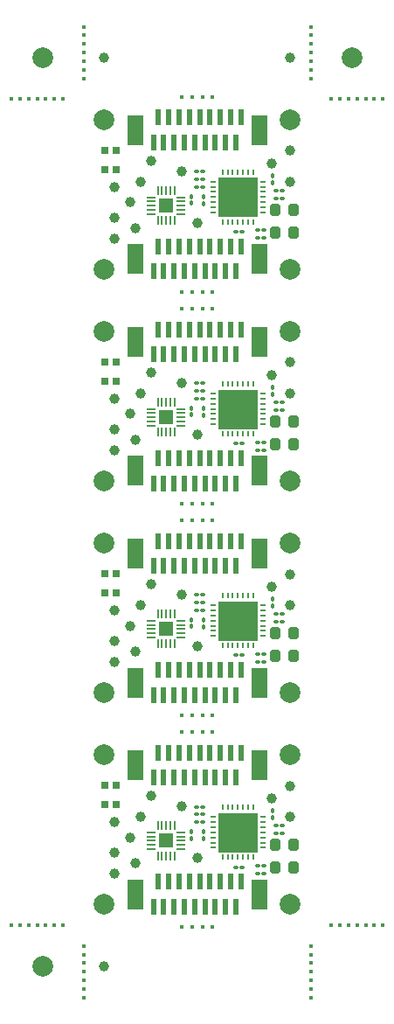
<source format=gbr>
%TF.GenerationSoftware,KiCad,Pcbnew,7.0.2-6a45011f42~172~ubuntu22.04.1*%
%TF.CreationDate,2023-05-08T14:44:33+01:00*%
%TF.ProjectId,panel,70616e65-6c2e-46b6-9963-61645f706362,rev?*%
%TF.SameCoordinates,Original*%
%TF.FileFunction,Soldermask,Top*%
%TF.FilePolarity,Negative*%
%FSLAX46Y46*%
G04 Gerber Fmt 4.6, Leading zero omitted, Abs format (unit mm)*
G04 Created by KiCad (PCBNEW 7.0.2-6a45011f42~172~ubuntu22.04.1) date 2023-05-08 14:44:33*
%MOMM*%
%LPD*%
G01*
G04 APERTURE LIST*
G04 Aperture macros list*
%AMRoundRect*
0 Rectangle with rounded corners*
0 $1 Rounding radius*
0 $2 $3 $4 $5 $6 $7 $8 $9 X,Y pos of 4 corners*
0 Add a 4 corners polygon primitive as box body*
4,1,4,$2,$3,$4,$5,$6,$7,$8,$9,$2,$3,0*
0 Add four circle primitives for the rounded corners*
1,1,$1+$1,$2,$3*
1,1,$1+$1,$4,$5*
1,1,$1+$1,$6,$7*
1,1,$1+$1,$8,$9*
0 Add four rect primitives between the rounded corners*
20,1,$1+$1,$2,$3,$4,$5,0*
20,1,$1+$1,$4,$5,$6,$7,0*
20,1,$1+$1,$6,$7,$8,$9,0*
20,1,$1+$1,$8,$9,$2,$3,0*%
G04 Aperture macros list end*
%ADD10C,0.100000*%
%ADD11C,1.000000*%
%ADD12R,0.500000X1.600000*%
%ADD13R,1.500000X2.900000*%
%ADD14C,0.400000*%
%ADD15RoundRect,0.050000X0.375000X0.050000X-0.375000X0.050000X-0.375000X-0.050000X0.375000X-0.050000X0*%
%ADD16RoundRect,0.050000X0.050000X0.375000X-0.050000X0.375000X-0.050000X-0.375000X0.050000X-0.375000X0*%
%ADD17R,1.400000X1.400000*%
%ADD18C,2.000000*%
%ADD19RoundRect,0.100000X0.130000X0.100000X-0.130000X0.100000X-0.130000X-0.100000X0.130000X-0.100000X0*%
%ADD20R,0.250000X0.600000*%
%ADD21R,0.600000X0.250000*%
%ADD22RoundRect,0.100000X-0.130000X-0.100000X0.130000X-0.100000X0.130000X0.100000X-0.130000X0.100000X0*%
%ADD23R,0.700000X0.700000*%
%ADD24RoundRect,0.100000X0.100000X-0.130000X0.100000X0.130000X-0.100000X0.130000X-0.100000X-0.130000X0*%
%ADD25RoundRect,0.100000X-0.100000X0.130000X-0.100000X-0.130000X0.100000X-0.130000X0.100000X0.130000X0*%
%ADD26RoundRect,0.237500X0.237500X0.362500X-0.237500X0.362500X-0.237500X-0.362500X0.237500X-0.362500X0*%
%ADD27RoundRect,0.237500X-0.237500X0.362500X-0.237500X-0.362500X0.237500X-0.362500X0.237500X0.362500X0*%
G04 APERTURE END LIST*
%TO.C,U1*%
D10*
X23813501Y-38862902D02*
X20086501Y-38862902D01*
X20086501Y-35136502D01*
X23813501Y-35136502D01*
X23813501Y-38862902D01*
G36*
X23813501Y-38862902D02*
G01*
X20086501Y-38862902D01*
X20086501Y-35136502D01*
X23813501Y-35136502D01*
X23813501Y-38862902D01*
G37*
X23813501Y-59362903D02*
X20086501Y-59362903D01*
X20086501Y-55636503D01*
X23813501Y-55636503D01*
X23813501Y-59362903D01*
G36*
X23813501Y-59362903D02*
G01*
X20086501Y-59362903D01*
X20086501Y-55636503D01*
X23813501Y-55636503D01*
X23813501Y-59362903D01*
G37*
X23813501Y-79862904D02*
X20086501Y-79862904D01*
X20086501Y-76136504D01*
X23813501Y-76136504D01*
X23813501Y-79862904D01*
G36*
X23813501Y-79862904D02*
G01*
X20086501Y-79862904D01*
X20086501Y-76136504D01*
X23813501Y-76136504D01*
X23813501Y-79862904D01*
G37*
X23813501Y-18362901D02*
X20086501Y-18362901D01*
X20086501Y-14636501D01*
X23813501Y-14636501D01*
X23813501Y-18362901D01*
G36*
X23813501Y-18362901D02*
G01*
X20086501Y-18362901D01*
X20086501Y-14636501D01*
X23813501Y-14636501D01*
X23813501Y-18362901D01*
G37*
%TD*%
D11*
%TO.C,TP10*%
X10000001Y-41000002D03*
%TD*%
D12*
%TO.C,J1*%
X13750001Y-44200002D03*
X14250001Y-41800002D03*
X14750001Y-44200002D03*
X15250001Y-41800002D03*
X15750001Y-44200002D03*
X16250001Y-41800002D03*
X16750001Y-44200002D03*
X17250001Y-41800002D03*
X17750001Y-44200002D03*
X18250001Y-41800002D03*
X18750001Y-44200002D03*
X19250001Y-41800002D03*
X19750001Y-44200002D03*
X20250001Y-41800002D03*
X20750001Y-44200002D03*
X21250001Y-41800002D03*
X21750001Y-44200002D03*
X22250001Y-41800002D03*
D13*
X12000001Y-43000002D03*
X24000001Y-43000002D03*
%TD*%
D14*
%TO.C,REF\u002A\u002A*%
X3333334Y-87000004D03*
%TD*%
%TO.C,REF\u002A\u002A*%
X19500000Y-46200002D03*
%TD*%
%TO.C,REF\u002A\u002A*%
X18500000Y-6800001D03*
%TD*%
%TO.C,REF\u002A\u002A*%
X7000000Y-833334D03*
%TD*%
D11*
%TO.C,TP6*%
X25250001Y-13250001D03*
%TD*%
%TO.C,TP8*%
X27000001Y-15000001D03*
%TD*%
D15*
%TO.C,U2*%
X16440001Y-38620002D03*
X16440001Y-38220002D03*
X16440001Y-37820002D03*
X16440001Y-37420002D03*
X16440001Y-37020002D03*
D16*
X15790001Y-36370002D03*
X15390001Y-36370002D03*
X14990001Y-36370002D03*
X14590001Y-36370002D03*
X14190001Y-36370002D03*
D15*
X13540001Y-37020002D03*
X13540001Y-37420002D03*
X13540001Y-37820002D03*
X13540001Y-38220002D03*
X13540001Y-38620002D03*
D16*
X14190001Y-39270002D03*
X14590001Y-39270002D03*
X14990001Y-39270002D03*
X15390001Y-39270002D03*
X15790001Y-39270002D03*
D17*
X14990001Y-37820002D03*
%TD*%
D14*
%TO.C,REF\u002A\u002A*%
X18500000Y-87200004D03*
%TD*%
%TO.C,REF\u002A\u002A*%
X18500000Y-25700001D03*
%TD*%
D18*
%TO.C,REF\u002A\u002A*%
X3000000Y-91000004D03*
%TD*%
D14*
%TO.C,REF\u002A\u002A*%
X16500001Y-47800002D03*
%TD*%
D19*
%TO.C,R4*%
X22360001Y-19870001D03*
X21720001Y-19870001D03*
%TD*%
%TO.C,C1*%
X26260001Y-57630003D03*
X25620001Y-57630003D03*
%TD*%
D14*
%TO.C,REF\u002A\u002A*%
X17500001Y-47800002D03*
%TD*%
D18*
%TO.C,I4*%
X9000001Y-9000001D03*
%TD*%
D14*
%TO.C,REF\u002A\u002A*%
X2500000Y-7000000D03*
%TD*%
D20*
%TO.C,U1*%
X23450001Y-34600002D03*
X22950002Y-34600002D03*
X22450000Y-34600002D03*
X21950001Y-34600002D03*
X21450002Y-34600002D03*
X20950000Y-34600002D03*
X20450001Y-34600002D03*
D21*
X19550001Y-35500002D03*
X19550001Y-36000001D03*
X19550001Y-36500003D03*
X19550001Y-37000002D03*
X19550001Y-37500001D03*
X19550001Y-38000003D03*
X19550001Y-38500002D03*
D20*
X20450001Y-39400002D03*
X20950000Y-39400002D03*
X21450002Y-39400002D03*
X21950001Y-39400002D03*
X22450000Y-39400002D03*
X22950002Y-39400002D03*
X23450001Y-39400002D03*
D21*
X24350001Y-38500002D03*
X24350001Y-38000003D03*
X24350001Y-37500001D03*
X24350001Y-37000002D03*
X24350001Y-36500003D03*
X24350001Y-36000001D03*
X24350001Y-35500002D03*
%TD*%
D22*
%TO.C,C4*%
X17910001Y-35275002D03*
X18550001Y-35275002D03*
%TD*%
D14*
%TO.C,REF\u002A\u002A*%
X7000000Y-1666667D03*
%TD*%
D11*
%TO.C,TP2*%
X12000001Y-81000004D03*
%TD*%
D18*
%TO.C,I4*%
X9000001Y-50000003D03*
%TD*%
D23*
%TO.C,LED1*%
X10150001Y-52985003D03*
X9050001Y-52985003D03*
X9050001Y-54815003D03*
X10150001Y-54815003D03*
%TD*%
D14*
%TO.C,REF\u002A\u002A*%
X36000001Y-87000004D03*
%TD*%
%TO.C,REF\u002A\u002A*%
X17500001Y-87200004D03*
%TD*%
%TO.C,REF\u002A\u002A*%
X0Y-87000004D03*
%TD*%
D24*
%TO.C,C7*%
X17440001Y-17070001D03*
X17440001Y-16430001D03*
%TD*%
D14*
%TO.C,REF\u002A\u002A*%
X833334Y-87000004D03*
%TD*%
D12*
%TO.C,J1*%
X13750001Y-23700001D03*
X14250001Y-21300001D03*
X14750001Y-23700001D03*
X15250001Y-21300001D03*
X15750001Y-23700001D03*
X16250001Y-21300001D03*
X16750001Y-23700001D03*
X17250001Y-21300001D03*
X17750001Y-23700001D03*
X18250001Y-21300001D03*
X18750001Y-23700001D03*
X19250001Y-21300001D03*
X19750001Y-23700001D03*
X20250001Y-21300001D03*
X20750001Y-23700001D03*
X21250001Y-21300001D03*
X21750001Y-23700001D03*
X22250001Y-21300001D03*
D13*
X12000001Y-22500001D03*
X24000001Y-22500001D03*
%TD*%
D12*
%TO.C,J2*%
X22250001Y-49800003D03*
X21750001Y-52200003D03*
X21250001Y-49800003D03*
X20750001Y-52200003D03*
X20250001Y-49800003D03*
X19750001Y-52200003D03*
X19250001Y-49800003D03*
X18750001Y-52200003D03*
X18250001Y-49800003D03*
X17750001Y-52200003D03*
X17250001Y-49800003D03*
X16750001Y-52200003D03*
X16250001Y-49800003D03*
X15750001Y-52200003D03*
X15250001Y-49800003D03*
X14750001Y-52200003D03*
X14250001Y-49800003D03*
X13750001Y-52200003D03*
D13*
X24000001Y-51000003D03*
X12000001Y-51000003D03*
%TD*%
D20*
%TO.C,U1*%
X23450001Y-55100003D03*
X22950002Y-55100003D03*
X22450000Y-55100003D03*
X21950001Y-55100003D03*
X21450002Y-55100003D03*
X20950000Y-55100003D03*
X20450001Y-55100003D03*
D21*
X19550001Y-56000003D03*
X19550001Y-56500002D03*
X19550001Y-57000004D03*
X19550001Y-57500003D03*
X19550001Y-58000002D03*
X19550001Y-58500004D03*
X19550001Y-59000003D03*
D20*
X20450001Y-59900003D03*
X20950000Y-59900003D03*
X21450002Y-59900003D03*
X21950001Y-59900003D03*
X22450000Y-59900003D03*
X22950002Y-59900003D03*
X23450001Y-59900003D03*
D21*
X24350001Y-59000003D03*
X24350001Y-58500004D03*
X24350001Y-58000002D03*
X24350001Y-57500003D03*
X24350001Y-57000004D03*
X24350001Y-56500002D03*
X24350001Y-56000003D03*
%TD*%
D24*
%TO.C,C7*%
X17440001Y-58070003D03*
X17440001Y-57430003D03*
%TD*%
D20*
%TO.C,U1*%
X23450001Y-75600004D03*
X22950002Y-75600004D03*
X22450000Y-75600004D03*
X21950001Y-75600004D03*
X21450002Y-75600004D03*
X20950000Y-75600004D03*
X20450001Y-75600004D03*
D21*
X19550001Y-76500004D03*
X19550001Y-77000003D03*
X19550001Y-77500005D03*
X19550001Y-78000004D03*
X19550001Y-78500003D03*
X19550001Y-79000005D03*
X19550001Y-79500004D03*
D20*
X20450001Y-80400004D03*
X20950000Y-80400004D03*
X21450002Y-80400004D03*
X21950001Y-80400004D03*
X22450000Y-80400004D03*
X22950002Y-80400004D03*
X23450001Y-80400004D03*
D21*
X24350001Y-79500004D03*
X24350001Y-79000005D03*
X24350001Y-78500003D03*
X24350001Y-78000004D03*
X24350001Y-77500005D03*
X24350001Y-77000003D03*
X24350001Y-76500004D03*
%TD*%
D11*
%TO.C,TP5*%
X16500001Y-14000001D03*
%TD*%
%TO.C,TP5*%
X16500001Y-34500002D03*
%TD*%
D22*
%TO.C,C2*%
X23850001Y-20480001D03*
X24490001Y-20480001D03*
%TD*%
D14*
%TO.C,REF\u002A\u002A*%
X29000001Y-93166670D03*
%TD*%
D11*
%TO.C,TP7*%
X10000002Y-77000004D03*
%TD*%
D14*
%TO.C,REF\u002A\u002A*%
X18500000Y-27300001D03*
%TD*%
D24*
%TO.C,C7*%
X17440001Y-37570002D03*
X17440001Y-36930002D03*
%TD*%
D14*
%TO.C,REF\u002A\u002A*%
X1666667Y-87000004D03*
%TD*%
%TO.C,REF\u002A\u002A*%
X17500001Y-66700003D03*
%TD*%
D22*
%TO.C,C4*%
X17910001Y-14775001D03*
X18550001Y-14775001D03*
%TD*%
%TO.C,R1*%
X17910001Y-34525002D03*
X18550001Y-34525002D03*
%TD*%
D14*
%TO.C,REF\u002A\u002A*%
X16500001Y-25700001D03*
%TD*%
%TO.C,REF\u002A\u002A*%
X3333334Y-7000000D03*
%TD*%
%TO.C,REF\u002A\u002A*%
X29000001Y-94000004D03*
%TD*%
D11*
%TO.C,REF\u002A\u002A*%
X9000000Y-91000004D03*
%TD*%
D19*
%TO.C,C8*%
X24490001Y-60720003D03*
X23850001Y-60720003D03*
%TD*%
D11*
%TO.C,TP9*%
X11500002Y-37500001D03*
%TD*%
D24*
%TO.C,C7*%
X17440001Y-78570004D03*
X17440001Y-77930004D03*
%TD*%
D11*
%TO.C,TP3*%
X10000001Y-80000004D03*
%TD*%
D18*
%TO.C,I1*%
X9000001Y-85000004D03*
%TD*%
D11*
%TO.C,TP10*%
X10000001Y-82000004D03*
%TD*%
D14*
%TO.C,REF\u002A\u002A*%
X16500001Y-66700003D03*
%TD*%
D22*
%TO.C,C4*%
X17910001Y-76275004D03*
X18550001Y-76275004D03*
%TD*%
D19*
%TO.C,C1*%
X26260001Y-78130004D03*
X25620001Y-78130004D03*
%TD*%
D14*
%TO.C,REF\u002A\u002A*%
X31000001Y-7000000D03*
%TD*%
%TO.C,REF\u002A\u002A*%
X32666667Y-7000000D03*
%TD*%
%TO.C,REF\u002A\u002A*%
X29000001Y-89833337D03*
%TD*%
%TO.C,REF\u002A\u002A*%
X34333334Y-7000000D03*
%TD*%
%TO.C,REF\u002A\u002A*%
X1666667Y-7000000D03*
%TD*%
%TO.C,REF\u002A\u002A*%
X16500001Y-6800001D03*
%TD*%
D12*
%TO.C,J1*%
X13750001Y-64700003D03*
X14250001Y-62300003D03*
X14750001Y-64700003D03*
X15250001Y-62300003D03*
X15750001Y-64700003D03*
X16250001Y-62300003D03*
X16750001Y-64700003D03*
X17250001Y-62300003D03*
X17750001Y-64700003D03*
X18250001Y-62300003D03*
X18750001Y-64700003D03*
X19250001Y-62300003D03*
X19750001Y-64700003D03*
X20250001Y-62300003D03*
X20750001Y-64700003D03*
X21250001Y-62300003D03*
X21750001Y-64700003D03*
X22250001Y-62300003D03*
D13*
X12000001Y-63500003D03*
X24000001Y-63500003D03*
%TD*%
D14*
%TO.C,REF\u002A\u002A*%
X29000001Y-90666670D03*
%TD*%
D11*
%TO.C,TP2*%
X12000001Y-40000002D03*
%TD*%
D14*
%TO.C,REF\u002A\u002A*%
X2500000Y-87000004D03*
%TD*%
D15*
%TO.C,U2*%
X16440001Y-79620004D03*
X16440001Y-79220004D03*
X16440001Y-78820004D03*
X16440001Y-78420004D03*
X16440001Y-78020004D03*
D16*
X15790001Y-77370004D03*
X15390001Y-77370004D03*
X14990001Y-77370004D03*
X14590001Y-77370004D03*
X14190001Y-77370004D03*
D15*
X13540001Y-78020004D03*
X13540001Y-78420004D03*
X13540001Y-78820004D03*
X13540001Y-79220004D03*
X13540001Y-79620004D03*
D16*
X14190001Y-80270004D03*
X14590001Y-80270004D03*
X14990001Y-80270004D03*
X15390001Y-80270004D03*
X15790001Y-80270004D03*
D17*
X14990001Y-78820004D03*
%TD*%
D11*
%TO.C,TP12*%
X12500001Y-35500002D03*
%TD*%
%TO.C,TP10*%
X10000001Y-61500003D03*
%TD*%
D18*
%TO.C,I1*%
X9000001Y-23500001D03*
%TD*%
D12*
%TO.C,J2*%
X22250001Y-70300004D03*
X21750001Y-72700004D03*
X21250001Y-70300004D03*
X20750001Y-72700004D03*
X20250001Y-70300004D03*
X19750001Y-72700004D03*
X19250001Y-70300004D03*
X18750001Y-72700004D03*
X18250001Y-70300004D03*
X17750001Y-72700004D03*
X17250001Y-70300004D03*
X16750001Y-72700004D03*
X16250001Y-70300004D03*
X15750001Y-72700004D03*
X15250001Y-70300004D03*
X14750001Y-72700004D03*
X14250001Y-70300004D03*
X13750001Y-72700004D03*
D13*
X24000001Y-71500004D03*
X12000001Y-71500004D03*
%TD*%
D11*
%TO.C,REF\u002A\u002A*%
X9000000Y-3000000D03*
%TD*%
D22*
%TO.C,R2*%
X17910001Y-15525001D03*
X18550001Y-15525001D03*
%TD*%
D14*
%TO.C,REF\u002A\u002A*%
X7000000Y-2500000D03*
%TD*%
D15*
%TO.C,U2*%
X16440001Y-59120003D03*
X16440001Y-58720003D03*
X16440001Y-58320003D03*
X16440001Y-57920003D03*
X16440001Y-57520003D03*
D16*
X15790001Y-56870003D03*
X15390001Y-56870003D03*
X14990001Y-56870003D03*
X14590001Y-56870003D03*
X14190001Y-56870003D03*
D15*
X13540001Y-57520003D03*
X13540001Y-57920003D03*
X13540001Y-58320003D03*
X13540001Y-58720003D03*
X13540001Y-59120003D03*
D16*
X14190001Y-59770003D03*
X14590001Y-59770003D03*
X14990001Y-59770003D03*
X15390001Y-59770003D03*
X15790001Y-59770003D03*
D17*
X14990001Y-58320003D03*
%TD*%
D14*
%TO.C,REF\u002A\u002A*%
X7000000Y-92333337D03*
%TD*%
D11*
%TO.C,TP4*%
X13500001Y-33500002D03*
%TD*%
D14*
%TO.C,REF\u002A\u002A*%
X19500000Y-25700001D03*
%TD*%
%TO.C,REF\u002A\u002A*%
X29000001Y-89000004D03*
%TD*%
%TO.C,REF\u002A\u002A*%
X7000000Y-90666670D03*
%TD*%
%TO.C,REF\u002A\u002A*%
X29000001Y0D03*
%TD*%
%TO.C,REF\u002A\u002A*%
X4166667Y-7000000D03*
%TD*%
%TO.C,REF\u002A\u002A*%
X19500000Y-66700003D03*
%TD*%
%TO.C,REF\u002A\u002A*%
X7000000Y-89833337D03*
%TD*%
%TO.C,REF\u002A\u002A*%
X29000001Y-1666667D03*
%TD*%
D18*
%TO.C,I2*%
X27000001Y-64500003D03*
%TD*%
%TO.C,REF\u002A\u002A*%
X3000000Y-3000000D03*
%TD*%
D22*
%TO.C,R2*%
X17910001Y-36025002D03*
X18550001Y-36025002D03*
%TD*%
%TO.C,R2*%
X17910001Y-77025004D03*
X18550001Y-77025004D03*
%TD*%
D14*
%TO.C,REF\u002A\u002A*%
X16500001Y-87200004D03*
%TD*%
D11*
%TO.C,TP12*%
X12500001Y-15000001D03*
%TD*%
D25*
%TO.C,C5*%
X25330001Y-55430003D03*
X25330001Y-56070003D03*
%TD*%
D11*
%TO.C,TP3*%
X10000001Y-59500003D03*
%TD*%
D22*
%TO.C,R1*%
X17910001Y-75525004D03*
X18550001Y-75525004D03*
%TD*%
D14*
%TO.C,REF\u002A\u002A*%
X7000000Y-94000004D03*
%TD*%
D22*
%TO.C,R1*%
X17910001Y-55025003D03*
X18550001Y-55025003D03*
%TD*%
D11*
%TO.C,TP4*%
X13500001Y-54000003D03*
%TD*%
D18*
%TO.C,I3*%
X27000001Y-50000003D03*
%TD*%
D19*
%TO.C,C8*%
X24490001Y-19720001D03*
X23850001Y-19720001D03*
%TD*%
D11*
%TO.C,TP8*%
X27000001Y-35500002D03*
%TD*%
D19*
%TO.C,R4*%
X22360001Y-40370002D03*
X21720001Y-40370002D03*
%TD*%
D12*
%TO.C,J2*%
X22250001Y-8800001D03*
X21750001Y-11200001D03*
X21250001Y-8800001D03*
X20750001Y-11200001D03*
X20250001Y-8800001D03*
X19750001Y-11200001D03*
X19250001Y-8800001D03*
X18750001Y-11200001D03*
X18250001Y-8800001D03*
X17750001Y-11200001D03*
X17250001Y-8800001D03*
X16750001Y-11200001D03*
X16250001Y-8800001D03*
X15750001Y-11200001D03*
X15250001Y-8800001D03*
X14750001Y-11200001D03*
X14250001Y-8800001D03*
X13750001Y-11200001D03*
D13*
X24000001Y-10000001D03*
X12000001Y-10000001D03*
%TD*%
D22*
%TO.C,R2*%
X17910001Y-56525003D03*
X18550001Y-56525003D03*
%TD*%
D19*
%TO.C,C1*%
X26260001Y-37130002D03*
X25620001Y-37130002D03*
%TD*%
D14*
%TO.C,REF\u002A\u002A*%
X18500000Y-47800002D03*
%TD*%
D22*
%TO.C,C6*%
X25620001Y-77370004D03*
X26260001Y-77370004D03*
%TD*%
D11*
%TO.C,TP2*%
X12000001Y-19500001D03*
%TD*%
D25*
%TO.C,C5*%
X25330001Y-14430001D03*
X25330001Y-15070001D03*
%TD*%
D14*
%TO.C,REF\u002A\u002A*%
X17500001Y-46200002D03*
%TD*%
D25*
%TO.C,C3*%
X18580001Y-36970002D03*
X18580001Y-37610002D03*
%TD*%
D14*
%TO.C,REF\u002A\u002A*%
X16500001Y-46200002D03*
%TD*%
D19*
%TO.C,C8*%
X24490001Y-81220004D03*
X23850001Y-81220004D03*
%TD*%
D11*
%TO.C,TP4*%
X13500001Y-74500004D03*
%TD*%
%TO.C,TP7*%
X10000002Y-56500003D03*
%TD*%
D22*
%TO.C,C6*%
X25620001Y-36370002D03*
X26260001Y-36370002D03*
%TD*%
D11*
%TO.C,TP8*%
X27000001Y-76500004D03*
%TD*%
%TO.C,TP3*%
X10000001Y-18500001D03*
%TD*%
D14*
%TO.C,REF\u002A\u002A*%
X18500000Y-66700003D03*
%TD*%
D22*
%TO.C,C2*%
X23850001Y-40980002D03*
X24490001Y-40980002D03*
%TD*%
D14*
%TO.C,REF\u002A\u002A*%
X35166667Y-87000004D03*
%TD*%
D18*
%TO.C,REF\u002A\u002A*%
X33000001Y-3000000D03*
%TD*%
D11*
%TO.C,TP4*%
X13500001Y-13000001D03*
%TD*%
D14*
%TO.C,REF\u002A\u002A*%
X17500001Y-6800001D03*
%TD*%
D18*
%TO.C,I1*%
X9000001Y-64500003D03*
%TD*%
D14*
%TO.C,REF\u002A\u002A*%
X19500000Y-47800002D03*
%TD*%
D18*
%TO.C,I2*%
X27000001Y-85000004D03*
%TD*%
D22*
%TO.C,C6*%
X25620001Y-56870003D03*
X26260001Y-56870003D03*
%TD*%
D18*
%TO.C,I4*%
X9000001Y-29500002D03*
%TD*%
D11*
%TO.C,TP6*%
X25250001Y-33750002D03*
%TD*%
D14*
%TO.C,REF\u002A\u002A*%
X17500001Y-68300003D03*
%TD*%
%TO.C,REF\u002A\u002A*%
X34333334Y-87000004D03*
%TD*%
D25*
%TO.C,C5*%
X25330001Y-34930002D03*
X25330001Y-35570002D03*
%TD*%
D18*
%TO.C,I3*%
X27000001Y-29500002D03*
%TD*%
D14*
%TO.C,REF\u002A\u002A*%
X36000001Y-7000000D03*
%TD*%
D18*
%TO.C,I4*%
X9000001Y-70500004D03*
%TD*%
D11*
%TO.C,REF\u002A\u002A*%
X27000001Y-3000000D03*
%TD*%
D25*
%TO.C,C5*%
X25330001Y-75930004D03*
X25330001Y-76570004D03*
%TD*%
D12*
%TO.C,J1*%
X13750001Y-85200004D03*
X14250001Y-82800004D03*
X14750001Y-85200004D03*
X15250001Y-82800004D03*
X15750001Y-85200004D03*
X16250001Y-82800004D03*
X16750001Y-85200004D03*
X17250001Y-82800004D03*
X17750001Y-85200004D03*
X18250001Y-82800004D03*
X18750001Y-85200004D03*
X19250001Y-82800004D03*
X19750001Y-85200004D03*
X20250001Y-82800004D03*
X20750001Y-85200004D03*
X21250001Y-82800004D03*
X21750001Y-85200004D03*
X22250001Y-82800004D03*
D13*
X12000001Y-84000004D03*
X24000001Y-84000004D03*
%TD*%
D14*
%TO.C,REF\u002A\u002A*%
X19500000Y-68300003D03*
%TD*%
D26*
%TO.C,XTAL1*%
X27305001Y-60920003D03*
X27305001Y-58720003D03*
X25555001Y-58720003D03*
D27*
X25555001Y-60920003D03*
%TD*%
D19*
%TO.C,C1*%
X26260001Y-16630001D03*
X25620001Y-16630001D03*
%TD*%
D14*
%TO.C,REF\u002A\u002A*%
X19500000Y-27300001D03*
%TD*%
D11*
%TO.C,TP7*%
X10000002Y-15500001D03*
%TD*%
D14*
%TO.C,REF\u002A\u002A*%
X33500001Y-87000004D03*
%TD*%
D11*
%TO.C,TP8*%
X27000001Y-56000003D03*
%TD*%
%TO.C,TP11*%
X27000001Y-73500004D03*
%TD*%
%TO.C,TP12*%
X12500001Y-76500004D03*
%TD*%
D14*
%TO.C,REF\u002A\u002A*%
X17500001Y-27300001D03*
%TD*%
D11*
%TO.C,TP6*%
X25250001Y-54250003D03*
%TD*%
D14*
%TO.C,REF\u002A\u002A*%
X29000001Y-3333334D03*
%TD*%
D11*
%TO.C,TP9*%
X11500002Y-58000002D03*
%TD*%
%TO.C,TP11*%
X27000001Y-32500002D03*
%TD*%
D14*
%TO.C,REF\u002A\u002A*%
X833334Y-7000000D03*
%TD*%
D23*
%TO.C,LED1*%
X10150001Y-11985001D03*
X9050001Y-11985001D03*
X9050001Y-13815001D03*
X10150001Y-13815001D03*
%TD*%
D14*
%TO.C,REF\u002A\u002A*%
X7000000Y0D03*
%TD*%
D11*
%TO.C,TP7*%
X10000002Y-36000002D03*
%TD*%
D18*
%TO.C,I2*%
X27000001Y-23500001D03*
%TD*%
D14*
%TO.C,REF\u002A\u002A*%
X7000000Y-91500004D03*
%TD*%
%TO.C,REF\u002A\u002A*%
X7000000Y-5000000D03*
%TD*%
D11*
%TO.C,TP9*%
X11500002Y-17000000D03*
%TD*%
%TO.C,TP1*%
X18000001Y-39500002D03*
%TD*%
D22*
%TO.C,C2*%
X23850001Y-81980004D03*
X24490001Y-81980004D03*
%TD*%
D23*
%TO.C,LED1*%
X10150001Y-32485002D03*
X9050001Y-32485002D03*
X9050001Y-34315002D03*
X10150001Y-34315002D03*
%TD*%
D26*
%TO.C,XTAL1*%
X27305001Y-81420004D03*
X27305001Y-79220004D03*
X25555001Y-79220004D03*
D27*
X25555001Y-81420004D03*
%TD*%
D11*
%TO.C,TP11*%
X27000001Y-53000003D03*
%TD*%
D14*
%TO.C,REF\u002A\u002A*%
X35166667Y-7000000D03*
%TD*%
D11*
%TO.C,TP10*%
X10000001Y-20500001D03*
%TD*%
D18*
%TO.C,I3*%
X27000001Y-70500004D03*
%TD*%
D19*
%TO.C,R4*%
X22360001Y-60870003D03*
X21720001Y-60870003D03*
%TD*%
D14*
%TO.C,REF\u002A\u002A*%
X7000000Y-4166667D03*
%TD*%
D11*
%TO.C,TP1*%
X18000001Y-80500004D03*
%TD*%
D14*
%TO.C,REF\u002A\u002A*%
X33500001Y-7000000D03*
%TD*%
D12*
%TO.C,J2*%
X22250001Y-29300002D03*
X21750001Y-31700002D03*
X21250001Y-29300002D03*
X20750001Y-31700002D03*
X20250001Y-29300002D03*
X19750001Y-31700002D03*
X19250001Y-29300002D03*
X18750001Y-31700002D03*
X18250001Y-29300002D03*
X17750001Y-31700002D03*
X17250001Y-29300002D03*
X16750001Y-31700002D03*
X16250001Y-29300002D03*
X15750001Y-31700002D03*
X15250001Y-29300002D03*
X14750001Y-31700002D03*
X14250001Y-29300002D03*
X13750001Y-31700002D03*
D13*
X24000001Y-30500002D03*
X12000001Y-30500002D03*
%TD*%
D14*
%TO.C,REF\u002A\u002A*%
X18500000Y-68300003D03*
%TD*%
D22*
%TO.C,C6*%
X25620001Y-15870001D03*
X26260001Y-15870001D03*
%TD*%
D14*
%TO.C,REF\u002A\u002A*%
X29000001Y-2500000D03*
%TD*%
%TO.C,REF\u002A\u002A*%
X31833334Y-7000000D03*
%TD*%
%TO.C,REF\u002A\u002A*%
X18500000Y-46200002D03*
%TD*%
%TO.C,REF\u002A\u002A*%
X19500000Y-6800001D03*
%TD*%
%TO.C,REF\u002A\u002A*%
X31833334Y-87000004D03*
%TD*%
D11*
%TO.C,TP5*%
X16500001Y-75500004D03*
%TD*%
D22*
%TO.C,C2*%
X23850001Y-61480003D03*
X24490001Y-61480003D03*
%TD*%
D26*
%TO.C,XTAL1*%
X27305001Y-40420002D03*
X27305001Y-38220002D03*
X25555001Y-38220002D03*
D27*
X25555001Y-40420002D03*
%TD*%
D22*
%TO.C,R1*%
X17910001Y-14025001D03*
X18550001Y-14025001D03*
%TD*%
D14*
%TO.C,REF\u002A\u002A*%
X29000001Y-92333337D03*
%TD*%
D22*
%TO.C,C4*%
X17910001Y-55775003D03*
X18550001Y-55775003D03*
%TD*%
D14*
%TO.C,REF\u002A\u002A*%
X17500001Y-25700001D03*
%TD*%
%TO.C,REF\u002A\u002A*%
X5000000Y-7000000D03*
%TD*%
%TO.C,REF\u002A\u002A*%
X4166667Y-87000004D03*
%TD*%
%TO.C,REF\u002A\u002A*%
X29000001Y-5000000D03*
%TD*%
%TO.C,REF\u002A\u002A*%
X32666667Y-87000004D03*
%TD*%
D26*
%TO.C,XTAL1*%
X27305001Y-19920001D03*
X27305001Y-17720001D03*
X25555001Y-17720001D03*
D27*
X25555001Y-19920001D03*
%TD*%
D18*
%TO.C,I3*%
X27000001Y-9000001D03*
%TD*%
D19*
%TO.C,C8*%
X24490001Y-40220002D03*
X23850001Y-40220002D03*
%TD*%
D11*
%TO.C,TP1*%
X18000001Y-60000003D03*
%TD*%
D14*
%TO.C,REF\u002A\u002A*%
X29000001Y-833334D03*
%TD*%
D11*
%TO.C,TP5*%
X16500001Y-55000003D03*
%TD*%
%TO.C,TP3*%
X10000001Y-39000002D03*
%TD*%
D14*
%TO.C,REF\u002A\u002A*%
X7000000Y-89000004D03*
%TD*%
%TO.C,REF\u002A\u002A*%
X7000000Y-3333334D03*
%TD*%
%TO.C,REF\u002A\u002A*%
X5000000Y-87000004D03*
%TD*%
%TO.C,REF\u002A\u002A*%
X7000000Y-93166670D03*
%TD*%
D19*
%TO.C,R4*%
X22360001Y-81370004D03*
X21720001Y-81370004D03*
%TD*%
D11*
%TO.C,TP2*%
X12000001Y-60500003D03*
%TD*%
D25*
%TO.C,C3*%
X18580001Y-57470003D03*
X18580001Y-58110003D03*
%TD*%
D11*
%TO.C,TP9*%
X11500002Y-78500003D03*
%TD*%
%TO.C,TP11*%
X27000001Y-12000001D03*
%TD*%
D14*
%TO.C,REF\u002A\u002A*%
X19500000Y-87200004D03*
%TD*%
%TO.C,REF\u002A\u002A*%
X29000001Y-91500004D03*
%TD*%
D25*
%TO.C,C3*%
X18580001Y-77970004D03*
X18580001Y-78610004D03*
%TD*%
D20*
%TO.C,U1*%
X23450001Y-14100001D03*
X22950002Y-14100001D03*
X22450000Y-14100001D03*
X21950001Y-14100001D03*
X21450002Y-14100001D03*
X20950000Y-14100001D03*
X20450001Y-14100001D03*
D21*
X19550001Y-15000001D03*
X19550001Y-15500000D03*
X19550001Y-16000002D03*
X19550001Y-16500001D03*
X19550001Y-17000000D03*
X19550001Y-17500002D03*
X19550001Y-18000001D03*
D20*
X20450001Y-18900001D03*
X20950000Y-18900001D03*
X21450002Y-18900001D03*
X21950001Y-18900001D03*
X22450000Y-18900001D03*
X22950002Y-18900001D03*
X23450001Y-18900001D03*
D21*
X24350001Y-18000001D03*
X24350001Y-17500002D03*
X24350001Y-17000000D03*
X24350001Y-16500001D03*
X24350001Y-16000002D03*
X24350001Y-15500000D03*
X24350001Y-15000001D03*
%TD*%
D18*
%TO.C,I1*%
X9000001Y-44000002D03*
%TD*%
D14*
%TO.C,REF\u002A\u002A*%
X16500001Y-27300001D03*
%TD*%
D11*
%TO.C,TP1*%
X18000001Y-19000001D03*
%TD*%
D23*
%TO.C,LED1*%
X10150001Y-73485004D03*
X9050001Y-73485004D03*
X9050001Y-75315004D03*
X10150001Y-75315004D03*
%TD*%
D14*
%TO.C,REF\u002A\u002A*%
X0Y-7000000D03*
%TD*%
D11*
%TO.C,TP6*%
X25250001Y-74750004D03*
%TD*%
D15*
%TO.C,U2*%
X16440001Y-18120001D03*
X16440001Y-17720001D03*
X16440001Y-17320001D03*
X16440001Y-16920001D03*
X16440001Y-16520001D03*
D16*
X15790001Y-15870001D03*
X15390001Y-15870001D03*
X14990001Y-15870001D03*
X14590001Y-15870001D03*
X14190001Y-15870001D03*
D15*
X13540001Y-16520001D03*
X13540001Y-16920001D03*
X13540001Y-17320001D03*
X13540001Y-17720001D03*
X13540001Y-18120001D03*
D16*
X14190001Y-18770001D03*
X14590001Y-18770001D03*
X14990001Y-18770001D03*
X15390001Y-18770001D03*
X15790001Y-18770001D03*
D17*
X14990001Y-17320001D03*
%TD*%
D14*
%TO.C,REF\u002A\u002A*%
X31000001Y-87000004D03*
%TD*%
%TO.C,REF\u002A\u002A*%
X16500001Y-68300003D03*
%TD*%
D11*
%TO.C,TP12*%
X12500001Y-56000003D03*
%TD*%
D25*
%TO.C,C3*%
X18580001Y-16470001D03*
X18580001Y-17110001D03*
%TD*%
D14*
%TO.C,REF\u002A\u002A*%
X29000001Y-4166667D03*
%TD*%
D18*
%TO.C,I2*%
X27000001Y-44000002D03*
%TD*%
M02*

</source>
